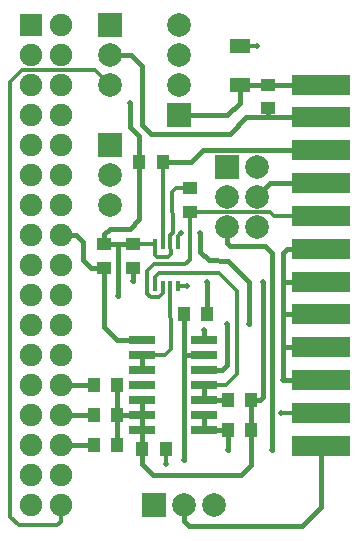
<source format=gbr>
%FSLAX23Y23*%
%MOMM*%
%AMPASTFTDEUX*
20,1,$5,$1+$3,$2-$4,$1-$3,$2+$4,0*
20,1,$5,$1+$3,$2+$4,$1-$3,$2-$4,0*%
%ADD10C,0.8*%
%ADD11C,0.7*%
%ADD12R,5.4X2.2*%
%ADD13R,2.3X2.3*%
%ADD14PASTFTDEUX,0X0X1.21X1.21X0.3*%
%ADD15C,2.3*%
%ADD16PASTFTDEUX,0X0X0.82X0.82X0.3*%
%ADD17R,2.4X2.4*%
%ADD18C,2.4*%
%ADD19PASTFTDEUX,0X0X0.85X0.85X0.3*%
%ADD20C,0.9*%
%ADD21C,0.4*%
%ADD22C,0.3*%
%ADD23R,5X1.8*%
%ADD24C,0.2*%
%ADD25C,0.1*%
%ADD26R,1.9X1.9*%
%ADD27C,1*%
%ADD28C,1.9*%
%ADD29R,1.7X1.3*%
%ADD30R,1X1.25*%
%ADD31R,1X1.3*%
%ADD32R,1.3X1*%
%ADD33R,2X2*%
%ADD34C,2*%
%ADD35R,1.25X1*%
%ADD36R,0.4X0.9*%
%ADD37R,2.2X0.7*%
%ADD38C,0.5*%
%ADD39C,0.05*%
%LPD*%
G54D21*
X12200Y11410D02*
X12200Y10140D01*
G54D21*
X12200Y10140D02*
X12200Y8870D01*
G54D21*
X12200Y15220D02*
X12200Y13950D01*
G54D21*
X15350Y35510D02*
X19410Y35510D01*
G54D21*
X20470Y38100D02*
X20460Y36560D01*
G54D21*
X20460Y36560D02*
X19410Y35510D01*
G54D21*
X17400Y8870D02*
X17400Y10140D01*
G54D21*
X17400Y11410D02*
X17400Y12670D01*
G54D21*
X27300Y29760D02*
X23040Y29760D01*
G54D21*
X21890Y28610D02*
X23040Y29760D01*
G54D21*
X27300Y24200D02*
X24480Y24200D01*
G54D21*
X24150Y13100D02*
X24150Y23870D01*
G54D21*
X24150Y23870D02*
X24480Y24200D01*
G54D21*
X27300Y13080D02*
X24150Y13100D01*
G54D21*
X27300Y21420D02*
X24190Y21420D01*
G54D21*
X27300Y18640D02*
X24150Y18660D01*
G54D21*
X27300Y15860D02*
X24180Y15880D01*
G54D21*
X17400Y16490D02*
X17400Y17330D01*
G54D21*
X27300Y38100D02*
X22880Y38100D01*
G54D21*
X22880Y38100D02*
X20470Y38100D01*
G54D22*
X20470Y41350D02*
X21910Y41350D01*
G54D21*
X5310Y12670D02*
X8090Y12670D01*
G54D21*
X5310Y10130D02*
X8090Y10130D01*
G54D21*
X5310Y7590D02*
X8090Y7590D01*
G54D21*
X10090Y7590D02*
X10090Y10130D01*
G54D21*
X10090Y12670D02*
X10090Y10130D01*
G54D21*
X12200Y8870D02*
X12190Y7260D01*
G54D22*
X5310Y1100D02*
X5010Y800D01*
G54D22*
X5310Y2510D02*
X5310Y1100D01*
G54D22*
X1750Y800D02*
X1030Y1520D01*
G54D22*
X5010Y800D02*
X1750Y800D01*
G54D22*
X1030Y38310D02*
X2050Y39330D01*
G54D22*
X1030Y1520D02*
X1030Y38310D01*
G54D22*
X2050Y39330D02*
X8190Y39330D01*
G54D22*
X9460Y38070D02*
X8190Y39330D01*
G54D21*
X12200Y34710D02*
X12200Y39700D01*
G54D21*
X9460Y40610D02*
X11280Y40610D01*
G54D21*
X12950Y33950D02*
X12200Y34710D01*
G54D21*
X27300Y35320D02*
X20980Y35320D01*
G54D21*
X20980Y35320D02*
X19620Y33950D01*
G54D21*
X11280Y40610D02*
X12200Y39700D01*
G54D21*
X19620Y33950D02*
X12950Y33950D01*
G54D22*
X14190Y7260D02*
X14190Y6000D01*
G54D21*
X17370Y15240D02*
X15720Y15230D01*
G54D21*
X17400Y8870D02*
X19430Y8870D01*
G54D21*
X21430Y8870D02*
X21430Y11410D01*
G54D22*
X13290Y24570D02*
X11440Y24570D01*
G54D21*
X22880Y36100D02*
X22880Y35330D01*
G54D22*
X14110Y15230D02*
X14600Y15720D01*
G54D22*
X12200Y15220D02*
X14110Y15230D01*
G54D22*
X14590Y21020D02*
X14600Y15720D01*
G54D21*
X11440Y22570D02*
X11440Y21460D01*
G54D21*
X11440Y24570D02*
X8990Y24570D01*
G54D21*
X8990Y17580D02*
X10070Y16490D01*
G54D21*
X8990Y22570D02*
X8990Y17580D01*
G54D21*
X12200Y16490D02*
X10070Y16490D01*
G54D21*
X6590Y25370D02*
X7200Y24760D01*
G54D21*
X5310Y25370D02*
X6590Y25370D01*
G54D21*
X7200Y23250D02*
X7880Y22570D01*
G54D21*
X7200Y24760D02*
X7200Y23250D01*
G54D21*
X8990Y22570D02*
X7880Y22570D01*
G54D22*
X27300Y10300D02*
X23960Y10310D01*
G54D22*
X15240Y21020D02*
X15950Y21020D01*
G54D22*
X13290Y21810D02*
X13600Y22120D01*
G54D22*
X13290Y21020D02*
X13290Y21810D01*
G54D22*
X18700Y22130D02*
X20210Y20620D01*
G54D22*
X13600Y22120D02*
X18700Y22130D01*
G54D22*
X20200Y13620D02*
X19250Y12670D01*
G54D22*
X20210Y20620D02*
X20200Y13620D01*
G54D22*
X17400Y12670D02*
X19250Y12670D01*
G54D22*
X27300Y26980D02*
X23380Y26980D01*
G54D22*
X16270Y27350D02*
X23010Y27350D01*
G54D22*
X23380Y26980D02*
X23010Y27350D01*
G54D22*
X13160Y22880D02*
X15860Y22880D01*
G54D22*
X13940Y21020D02*
X13930Y20420D01*
G54D22*
X13930Y20420D02*
X13630Y20110D01*
G54D22*
X13630Y20110D02*
X12920Y20100D01*
G54D22*
X12640Y20390D02*
X12920Y20100D01*
G54D22*
X12640Y20390D02*
X12630Y22340D01*
G54D22*
X12630Y22340D02*
X13160Y22880D01*
G54D22*
X16270Y27350D02*
X16270Y23290D01*
G54D22*
X16270Y23290D02*
X15860Y22880D01*
G54D22*
X13940Y24570D02*
X13940Y31520D01*
G54D21*
X27300Y32540D02*
X17350Y32540D01*
G54D21*
X13940Y31520D02*
X16340Y31520D01*
G54D21*
X17350Y32540D02*
X16340Y31520D01*
G54D22*
X14590Y25380D02*
X14770Y25560D01*
G54D22*
X14590Y24570D02*
X14590Y25380D01*
G54D22*
X14770Y25560D02*
X14760Y29030D01*
G54D22*
X16270Y29350D02*
X15080Y29360D01*
G54D22*
X14760Y29030D02*
X15080Y29360D01*
G54D21*
X17400Y11410D02*
X19430Y11410D01*
G54D21*
X12200Y10140D02*
X10090Y10130D01*
G54D21*
X23160Y23830D02*
X22590Y24400D01*
G54D21*
X23170Y7150D02*
X23160Y23830D01*
G54D21*
X19360Y24710D02*
X19670Y24400D01*
G54D21*
X19670Y24400D02*
X22590Y24400D01*
G54D21*
X19360Y24710D02*
X19350Y26070D01*
G54D21*
X19430Y8870D02*
X19430Y7150D01*
G54D21*
X21430Y5910D02*
X20540Y5020D01*
G54D21*
X21430Y8870D02*
X21430Y5910D01*
G54D21*
X13110Y5020D02*
X12190Y5940D01*
G54D21*
X20540Y5020D02*
X13110Y5020D01*
G54D21*
X12190Y5940D02*
X12190Y7260D01*
G54D21*
X15710Y6280D02*
X15710Y18670D01*
G54D21*
X11200Y36520D02*
X11200Y34510D01*
G54D21*
X11940Y31520D02*
X11960Y33730D01*
G54D21*
X11200Y34510D02*
X11960Y33730D01*
G54D21*
X11940Y31520D02*
X11940Y26680D01*
G54D21*
X8990Y24570D02*
X8990Y25410D01*
G54D21*
X9480Y25900D02*
X8990Y25410D01*
G54D21*
X9480Y25900D02*
X11160Y25900D01*
G54D21*
X11160Y25900D02*
X11940Y26680D01*
G54D21*
X22420Y11640D02*
X22430Y21410D01*
G54D21*
X22180Y11400D02*
X21430Y11410D01*
G54D21*
X22420Y11640D02*
X22180Y11400D01*
G54D21*
X10180Y24570D02*
X10180Y20170D01*
G54D22*
X13280Y23700D02*
X13490Y23490D01*
G54D22*
X13290Y24570D02*
X13280Y23700D01*
G54D22*
X14340Y23490D02*
X14600Y23750D01*
G54D22*
X14340Y23490D02*
X13490Y23490D01*
G54D22*
X14590Y24570D02*
X14600Y23750D01*
G54D21*
X17710Y21410D02*
X17710Y18670D01*
G54D22*
X15240Y25270D02*
X15510Y25540D01*
G54D22*
X15240Y24570D02*
X15240Y25270D01*
G54D21*
X17110Y23910D02*
X17810Y23210D01*
G54D21*
X17110Y25540D02*
X17110Y23910D01*
G54D21*
X21280Y21380D02*
X19450Y23200D01*
G54D21*
X17810Y23210D02*
X19450Y23200D01*
G54D21*
X19370Y14390D02*
X18940Y13960D01*
G54D21*
X19370Y17820D02*
X19370Y14390D01*
G54D21*
X17400Y13950D02*
X18940Y13960D01*
G54D21*
X21280Y17820D02*
X21280Y21380D01*
G54D21*
X25730Y750D02*
X27300Y2320D01*
G54D21*
X16120Y750D02*
X25730Y750D01*
G54D21*
X16120Y750D02*
X15700Y1170D01*
G54D21*
X15710Y2510D02*
X15700Y1170D01*
G54D21*
X27300Y7520D02*
X27300Y2320D01*
G54D23*
X27300Y38100D03*
G54D23*
X27300Y35320D03*
G54D23*
X27300Y32540D03*
G54D23*
X27300Y29760D03*
G54D23*
X27300Y26980D03*
G54D23*
X27300Y24200D03*
G54D23*
X27300Y21420D03*
G54D23*
X27300Y18640D03*
G54D23*
X27300Y15860D03*
G54D23*
X27300Y13080D03*
G54D23*
X27300Y10300D03*
G54D23*
X27300Y7520D03*
G54D26*
X2770Y43150D03*
G54D28*
X5310Y43150D03*
G54D28*
X2770Y40610D03*
G54D28*
X5310Y40610D03*
G54D28*
X2770Y38070D03*
G54D28*
X5310Y38070D03*
G54D28*
X2770Y35530D03*
G54D28*
X5310Y35530D03*
G54D28*
X2770Y32990D03*
G54D28*
X5310Y32990D03*
G54D28*
X2770Y30450D03*
G54D28*
X5310Y30450D03*
G54D28*
X2770Y27910D03*
G54D28*
X5310Y27910D03*
G54D28*
X2770Y25370D03*
G54D28*
X5310Y25370D03*
G54D28*
X2770Y22830D03*
G54D28*
X5310Y22830D03*
G54D28*
X2770Y20290D03*
G54D28*
X5310Y20290D03*
G54D28*
X2770Y17750D03*
G54D28*
X5310Y17750D03*
G54D28*
X2770Y15210D03*
G54D28*
X5310Y15210D03*
G54D28*
X2770Y12670D03*
G54D28*
X5310Y12670D03*
G54D28*
X2770Y10130D03*
G54D28*
X5310Y10130D03*
G54D28*
X2770Y7590D03*
G54D28*
X5310Y7590D03*
G54D28*
X2770Y5050D03*
G54D28*
X5310Y5050D03*
G54D28*
X2770Y2510D03*
G54D28*
X5310Y2510D03*
G54D29*
X20470Y38100D03*
G54D29*
X20470Y41350D03*
G54D30*
X12190Y7260D03*
G54D31*
X14190Y7260D03*
G54D32*
X11440Y22570D03*
G54D32*
X11440Y24570D03*
G54D33*
X15350Y35510D03*
G54D34*
X15350Y38050D03*
G54D34*
X15350Y40590D03*
G54D34*
X15350Y43130D03*
G54D33*
X13170Y2510D03*
G54D34*
X15710Y2510D03*
G54D34*
X18250Y2510D03*
G54D33*
X9460Y43150D03*
G54D34*
X9460Y40610D03*
G54D34*
X9460Y38070D03*
G54D33*
X9460Y32990D03*
G54D34*
X9460Y30450D03*
G54D34*
X9460Y27910D03*
G54D34*
X21890Y31150D03*
G54D34*
X21890Y28610D03*
G54D34*
X21890Y26070D03*
G54D33*
X19350Y31150D03*
G54D34*
X19350Y28610D03*
G54D34*
X19350Y26070D03*
G54D35*
X8990Y22570D03*
G54D32*
X8990Y24570D03*
G54D30*
X21430Y11410D03*
G54D31*
X19430Y11410D03*
G54D30*
X13940Y31520D03*
G54D31*
X11940Y31520D03*
G54D32*
X16270Y27350D03*
G54D32*
X16270Y29350D03*
G54D31*
X19430Y8870D03*
G54D31*
X21430Y8870D03*
G54D31*
X17710Y18670D03*
G54D31*
X15710Y18670D03*
G54D32*
X22880Y36100D03*
G54D32*
X22880Y38100D03*
G54D31*
X8090Y12670D03*
G54D30*
X10090Y12670D03*
G54D31*
X8090Y10130D03*
G54D31*
X10090Y10130D03*
G54D30*
X8090Y7590D03*
G54D31*
X10090Y7590D03*
G54D36*
X13290Y21020D03*
G54D36*
X13940Y21020D03*
G54D36*
X14590Y21020D03*
G54D36*
X15240Y21020D03*
G54D36*
X13290Y24570D03*
G54D36*
X13940Y24570D03*
G54D36*
X14590Y24570D03*
G54D36*
X15240Y24570D03*
G54D37*
X17400Y12680D03*
G54D37*
X17400Y11410D03*
G54D37*
X17400Y10140D03*
G54D37*
X17400Y8870D03*
G54D37*
X12200Y12680D03*
G54D37*
X12200Y11410D03*
G54D37*
X12200Y10140D03*
G54D37*
X12200Y8870D03*
G54D37*
X17400Y13950D03*
G54D37*
X17400Y15220D03*
G54D37*
X17400Y16490D03*
G54D37*
X12200Y16490D03*
G54D37*
X12200Y15220D03*
G54D37*
X12200Y13950D03*
G54D38*
X24150Y13100D03*
G54D38*
X17400Y17330D03*
G54D38*
X21910Y41350D03*
G54D38*
X14190Y6000D03*
G54D38*
X11440Y21460D03*
G54D38*
X23960Y10310D03*
G54D38*
X15950Y21020D03*
G54D38*
X19430Y7150D03*
G54D38*
X23170Y7150D03*
G54D38*
X15710Y6280D03*
G54D38*
X11200Y36520D03*
G54D38*
X10180Y20170D03*
G54D38*
X22430Y21410D03*
G54D38*
X17710Y21410D03*
G54D38*
X17110Y25540D03*
G54D38*
X21280Y17820D03*
G54D38*
X19370Y17820D03*
G54D38*
X15510Y25540D03*
M02*

</source>
